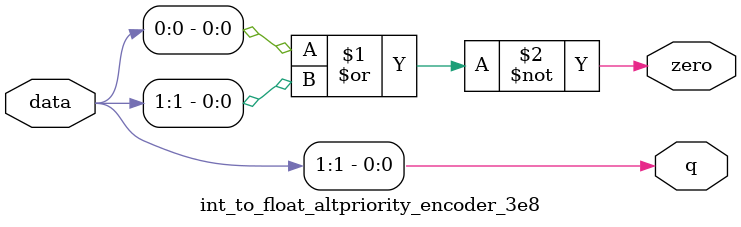
<source format=v>




//altpriority_encoder CBX_AUTO_BLACKBOX="ALL" LSB_PRIORITY="NO" WIDTH=16 WIDTHAD=4 data q zero
//VERSION_BEGIN 18.1 cbx_altpriority_encoder 2018:09:12:13:04:09:SJ cbx_mgl 2018:09:12:14:15:07:SJ  VERSION_END


//altpriority_encoder CBX_AUTO_BLACKBOX="ALL" LSB_PRIORITY="NO" WIDTH=8 WIDTHAD=3 data q zero
//VERSION_BEGIN 18.1 cbx_altpriority_encoder 2018:09:12:13:04:09:SJ cbx_mgl 2018:09:12:14:15:07:SJ  VERSION_END


//altpriority_encoder CBX_AUTO_BLACKBOX="ALL" LSB_PRIORITY="NO" WIDTH=4 WIDTHAD=2 data q zero
//VERSION_BEGIN 18.1 cbx_altpriority_encoder 2018:09:12:13:04:09:SJ cbx_mgl 2018:09:12:14:15:07:SJ  VERSION_END


//altpriority_encoder CBX_AUTO_BLACKBOX="ALL" LSB_PRIORITY="NO" WIDTH=2 WIDTHAD=1 data q zero
//VERSION_BEGIN 18.1 cbx_altpriority_encoder 2018:09:12:13:04:09:SJ cbx_mgl 2018:09:12:14:15:07:SJ  VERSION_END

//synthesis_resources =
//synopsys translate_off
`timescale 1 ps / 1 ps
//synopsys translate_on
/*verilator lint_off CASEX*/
/*verilator lint_off COMBDLY*/
/*verilator lint_off INITIALDLY*/
/*verilator lint_off LITENDIAN*/
/*verilator lint_off MULTIDRIVEN*/
/*verilator lint_off UNOPTFLAT*/
/*verilator lint_off BLKANDNBLK*/
module  int_to_float_altpriority_encoder_3e8
	(
	data,
	q,
	zero) ;
	input   [1:0]  data;
	output   [0:0]  q;
	output   zero;


	assign
		q = {data[1]},
		zero = (~ (data[0] | data[1]));
endmodule //int_to_float_altpriority_encoder_3e8


</source>
